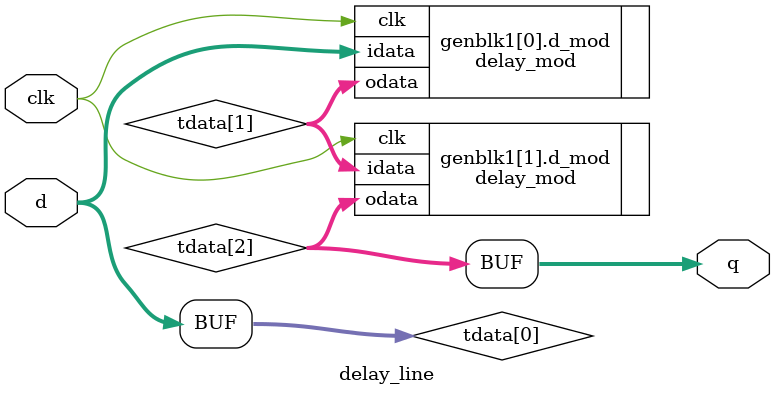
<source format=v>
`timescale 1ns / 1ps


module delay_line #

(
    parameter N = 11,
    parameter DELAY = 2
    
)

(
    input wire clk,      
    input wire signed [N-1:0] d,       
    output wire signed [N-1:0] q 
);


wire signed [N-1:0] tdata [DELAY:0];

assign tdata[0] = d;


genvar i;

generate
for(i=0; i < DELAY; i = i + 1) begin
    
    delay_mod d_mod(
    
    .idata(tdata[i]),
    .odata(tdata[i+1]),
    .clk(clk)
    
    );

end
endgenerate 

assign q = tdata[DELAY];
endmodule
</source>
